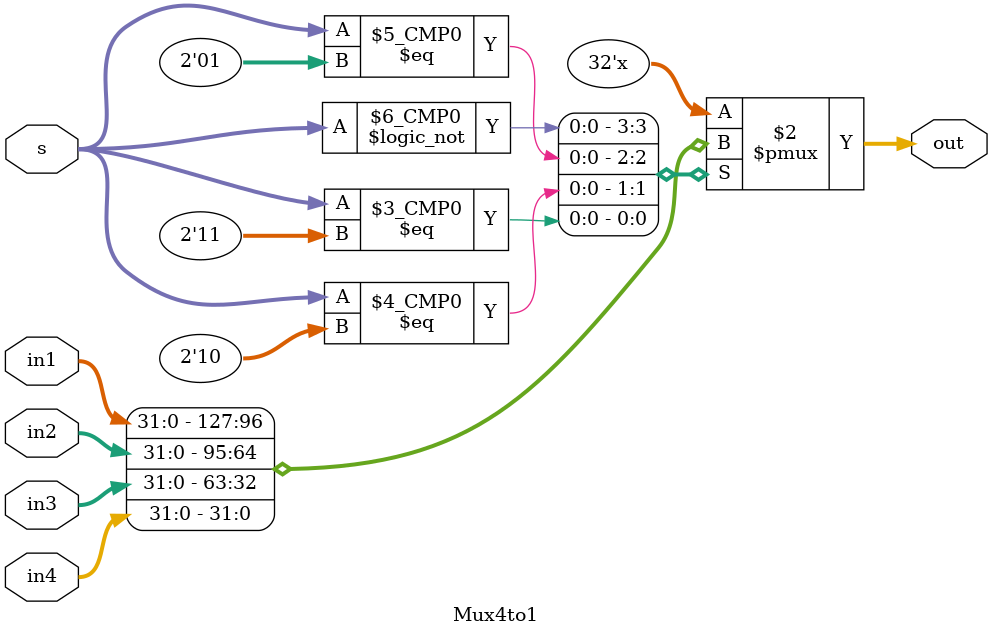
<source format=v>
module Mux4to1 #(parameter size = 32) (in1,in2,in3,in4,s,out);

    input[size-1:0] in1,in2,in3,in4;
    input[1:0] s;
    output reg[size-1:0] out;
    
    always @(*)
        begin
        case(s)
            2'b00: out = in1;
            2'b01: out = in2;
            2'b10: out = in3;
            2'b11: out = in4;
            default: out = 0;
            
        endcase
        end 	
    endmodule 
</source>
